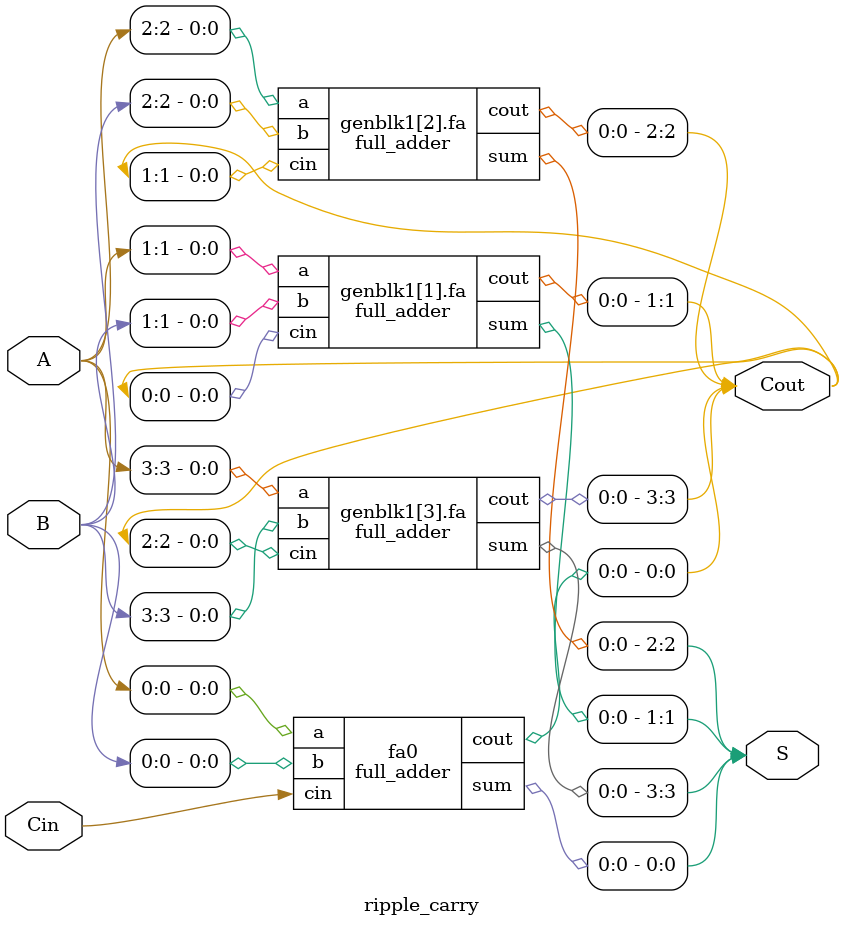
<source format=sv>
module full_adder(
input a, b, cin,
output sum, cout
);
assign {sum, cout} = {a^b^cin, ((a & b) | (b & cin) | (a & cin))};
//or
//assign sum = a^b^cin;
//assign cout = (a & b) | (b & cin) | (a & cin);
endmodule
module ripple_carry #(parameter SIZE = 4) (
input [SIZE-1:0] A, B,
input Cin,
output [SIZE-1:0] S, Cout);
genvar g;
full_adder fa0(A[0], B[0], Cin, S[0], Cout[0]);
generate // This will instantiate full_adder SIZE-1 times
for(g = 1; g<SIZE; g++) begin
full_adder fa(A[g], B[g], Cout[g-1], S[g], Cout[g]);
end
endgenerate
endmodule

</source>
